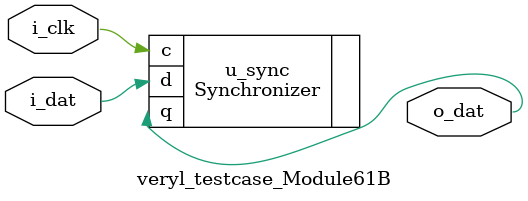
<source format=sv>
module veryl_testcase_Module61A (
    input  logic i_dat,
    output logic o_dat
);

    always_comb o_dat = i_dat;

endmodule

module veryl_testcase_Module61B (
    input  logic i_clk,
    input  logic i_dat,
    output logic o_dat
);

    Synchronizer u_sync (
        .c (i_clk),
        .d (i_dat),
        .q (o_dat)
    );

endmodule
//# sourceMappingURL=../map/testcases/sv/61_unsafe_cdc.sv.map

</source>
